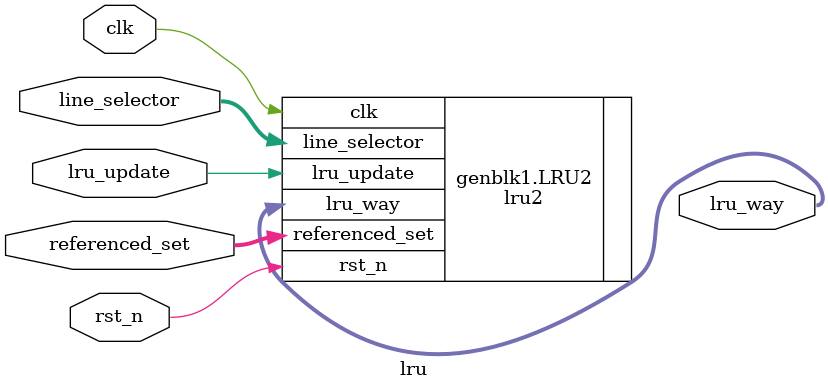
<source format=sv>
/*
 * @info LRU Top Module
 * @info Top-Module: LRU2.sv, LRUMORE.sv
 *
 * @author VLSI Lab, EE dept., Democritus University of Thrace
 *
 * @param ASSOCIATIVITY: The cache assosiativity
 * @param ENTRIES      : The total addressable entries.
 * @param INDEX_BITS   : The address width
 * @param OUTPUT_BITS  : The Output width
 */
module lru #(ASSOCIATIVITY=2,ENTRIES=256,INDEX_BITS=8,OUTPUT_BITS=2) (
    input  logic                   clk           ,
    input  logic                   rst_n         ,
    input  logic [ INDEX_BITS-1:0] line_selector ,
    input  logic [OUTPUT_BITS-1:0] referenced_set,
    input  logic                   lru_update    ,
    output logic [OUTPUT_BITS-1:0] lru_way
);
	generate
		if(ASSOCIATIVITY==2) begin
			//instantiate the 2-way LRU module
			lru2 #(ENTRIES,INDEX_BITS)
			LRU2(.clk            (clk),
				 .rst_n          (rst_n),
				 .line_selector  (line_selector),
				 .referenced_set (referenced_set),
				 .lru_update     (lru_update),
				 .lru_way        (lru_way));
		end else if(ASSOCIATIVITY>2) begin
			//instantiate the >2-way LRU module
			lrumore #(ASSOCIATIVITY,ENTRIES,INDEX_BITS,OUTPUT_BITS)
			LRUMORE(.clk            (clk),
				 	.rst_n          (rst_n),
				 	.line_selector  (line_selector),
				 	.referenced_set (referenced_set),
				 	.lru_update     (lru_update),
				 	.lru_way        (lru_way));
		end
	endgenerate

endmodule
</source>
